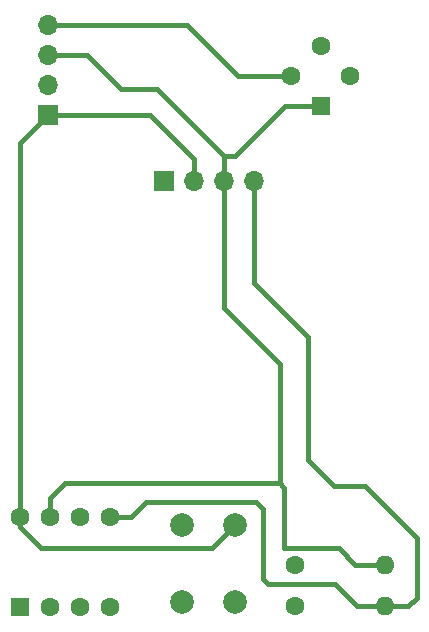
<source format=gbr>
G04 #@! TF.GenerationSoftware,KiCad,Pcbnew,(5.1.9)-1*
G04 #@! TF.CreationDate,2024-02-11T16:08:00+01:00*
G04 #@! TF.ProjectId,tiny_dt_0,74696e79-5f64-4745-9f30-2e6b69636164,rev?*
G04 #@! TF.SameCoordinates,Original*
G04 #@! TF.FileFunction,Copper,L1,Top*
G04 #@! TF.FilePolarity,Positive*
%FSLAX46Y46*%
G04 Gerber Fmt 4.6, Leading zero omitted, Abs format (unit mm)*
G04 Created by KiCad (PCBNEW (5.1.9)-1) date 2024-02-11 16:08:00*
%MOMM*%
%LPD*%
G01*
G04 APERTURE LIST*
G04 #@! TA.AperFunction,ComponentPad*
%ADD10C,2.000000*%
G04 #@! TD*
G04 #@! TA.AperFunction,ComponentPad*
%ADD11C,1.600000*%
G04 #@! TD*
G04 #@! TA.AperFunction,ComponentPad*
%ADD12R,1.600000X1.600000*%
G04 #@! TD*
G04 #@! TA.AperFunction,ComponentPad*
%ADD13O,1.600000X1.600000*%
G04 #@! TD*
G04 #@! TA.AperFunction,ComponentPad*
%ADD14O,1.700000X1.700000*%
G04 #@! TD*
G04 #@! TA.AperFunction,ComponentPad*
%ADD15R,1.700000X1.700000*%
G04 #@! TD*
G04 #@! TA.AperFunction,Conductor*
%ADD16C,0.406400*%
G04 #@! TD*
G04 APERTURE END LIST*
D10*
X200250000Y-99500000D03*
X204750000Y-99500000D03*
X200250000Y-106000000D03*
X204750000Y-106000000D03*
D11*
X214500000Y-61500000D03*
X212000000Y-59000000D03*
X209500000Y-61500000D03*
D12*
X212000000Y-64000000D03*
D11*
X186500000Y-98880000D03*
X189040000Y-98880000D03*
X191580000Y-98880000D03*
X194120000Y-98880000D03*
X194120000Y-106500000D03*
X191580000Y-106500000D03*
X189040000Y-106500000D03*
D12*
X186500000Y-106500000D03*
D13*
X217420000Y-102900000D03*
D11*
X209800000Y-102900000D03*
D13*
X217420000Y-106400000D03*
D11*
X209800000Y-106400000D03*
D14*
X188900000Y-57180000D03*
X188900000Y-59720000D03*
X188900000Y-62260000D03*
D15*
X188900000Y-64800000D03*
D14*
X206320000Y-70400000D03*
X203780000Y-70400000D03*
X201240000Y-70400000D03*
D15*
X198700000Y-70400000D03*
D16*
X204750000Y-99500000D02*
X202750000Y-101500000D01*
X202750000Y-101500000D02*
X188300000Y-101500000D01*
X186500000Y-99700000D02*
X186500000Y-98880000D01*
X188300000Y-101500000D02*
X186500000Y-99700000D01*
X186500000Y-67200000D02*
X188900000Y-64800000D01*
X186500000Y-98880000D02*
X186500000Y-67200000D01*
X188900000Y-64800000D02*
X197500000Y-64800000D01*
X201240000Y-68540000D02*
X201240000Y-70400000D01*
X197500000Y-64800000D02*
X201240000Y-68540000D01*
X217420000Y-106400000D02*
X215100000Y-106400000D01*
X215100000Y-106400000D02*
X213200000Y-104500000D01*
X213200000Y-104500000D02*
X207500000Y-104500000D01*
X207500000Y-104500000D02*
X207100000Y-104100000D01*
X207100000Y-104100000D02*
X207100000Y-98200000D01*
X207100000Y-98200000D02*
X206500000Y-97600000D01*
X206500000Y-97600000D02*
X197200000Y-97600000D01*
X195920000Y-98880000D02*
X194120000Y-98880000D01*
X197200000Y-97600000D02*
X195920000Y-98880000D01*
X217420000Y-106400000D02*
X219400000Y-106400000D01*
X219400000Y-106400000D02*
X220100000Y-105700000D01*
X220100000Y-105700000D02*
X220100000Y-100600000D01*
X220100000Y-100600000D02*
X215700000Y-96200000D01*
X215700000Y-96200000D02*
X213100000Y-96200000D01*
X213100000Y-96200000D02*
X210900000Y-94000000D01*
X210900000Y-94000000D02*
X210900000Y-83600000D01*
X206320000Y-79020000D02*
X206320000Y-70400000D01*
X210900000Y-83600000D02*
X206320000Y-79020000D01*
X209500000Y-61500000D02*
X205000000Y-61500000D01*
X200680000Y-57180000D02*
X188900000Y-57180000D01*
X205000000Y-61500000D02*
X200680000Y-57180000D01*
X190300000Y-96000000D02*
X189040000Y-97260000D01*
X189040000Y-97260000D02*
X189040000Y-98880000D01*
X208900000Y-96400000D02*
X208500000Y-96000000D01*
X208900000Y-101500000D02*
X208900000Y-96400000D01*
X213500000Y-101500000D02*
X208900000Y-101500000D01*
X208500000Y-96000000D02*
X190300000Y-96000000D01*
X214900000Y-102900000D02*
X213500000Y-101500000D01*
X217420000Y-102900000D02*
X214900000Y-102900000D01*
X208500000Y-96000000D02*
X208500000Y-85900000D01*
X203780000Y-81180000D02*
X203780000Y-70400000D01*
X208500000Y-85900000D02*
X203780000Y-81180000D01*
X188900000Y-59720000D02*
X192220000Y-59720000D01*
X192220000Y-59720000D02*
X195100000Y-62600000D01*
X195100000Y-62600000D02*
X198100000Y-62600000D01*
X203780000Y-68280000D02*
X203780000Y-70400000D01*
X198100000Y-62600000D02*
X203780000Y-68280000D01*
X203780000Y-68280000D02*
X204720000Y-68280000D01*
X209000000Y-64000000D02*
X212000000Y-64000000D01*
X204720000Y-68280000D02*
X209000000Y-64000000D01*
M02*

</source>
